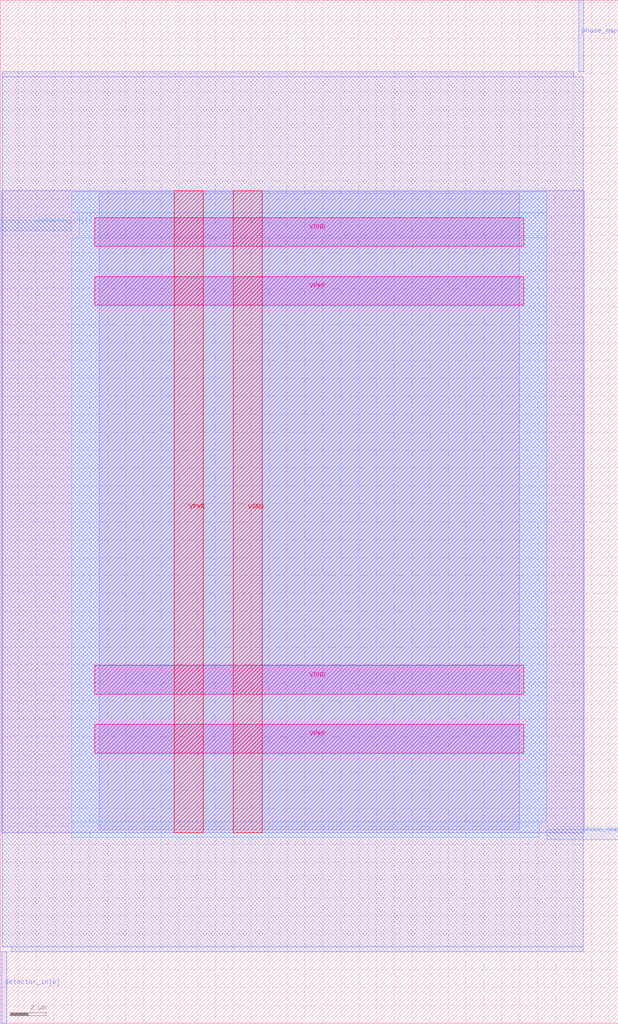
<source format=lef>
VERSION 5.7 ;
  NOWIREEXTENSIONATPIN ON ;
  DIVIDERCHAR "/" ;
  BUSBITCHARS "[]" ;
MACRO top
  CLASS BLOCK ;
  FOREIGN top ;
  ORIGIN 0.000 0.000 ;
  SIZE 34.500 BY 57.120 ;
  PIN VGND
    DIRECTION INOUT ;
    USE GROUND ;
    PORT
      LAYER met4 ;
        RECT 13.020 10.640 14.620 46.480 ;
    END
    PORT
      LAYER met5 ;
        RECT 5.280 18.380 29.220 19.980 ;
    END
    PORT
      LAYER met5 ;
        RECT 5.280 43.380 29.220 44.980 ;
    END
  END VGND
  PIN VPWR
    DIRECTION INOUT ;
    USE POWER ;
    PORT
      LAYER met4 ;
        RECT 9.720 10.640 11.320 46.480 ;
    END
    PORT
      LAYER met5 ;
        RECT 5.280 15.080 29.220 16.680 ;
    END
    PORT
      LAYER met5 ;
        RECT 5.280 40.080 29.220 41.680 ;
    END
  END VPWR
  PIN detector_in[0]
    DIRECTION INPUT ;
    USE SIGNAL ;
    ANTENNAGATEAREA 0.196500 ;
    PORT
      LAYER met2 ;
        RECT 0.090 0.000 0.370 4.000 ;
    END
  END detector_in[0]
  PIN detector_in[1]
    DIRECTION INPUT ;
    USE SIGNAL ;
    ANTENNAGATEAREA 0.196500 ;
    PORT
      LAYER met3 ;
        RECT 0.000 44.240 4.000 44.840 ;
    END
  END detector_in[1]
  PIN phase_map_out[0]
    DIRECTION OUTPUT TRISTATE ;
    USE SIGNAL ;
    ANTENNADIFFAREA 0.795200 ;
    PORT
      LAYER met2 ;
        RECT 32.290 53.120 32.570 57.120 ;
    END
  END phase_map_out[0]
  PIN phase_map_out[1]
    DIRECTION OUTPUT TRISTATE ;
    USE SIGNAL ;
    ANTENNADIFFAREA 0.445500 ;
    PORT
      LAYER met3 ;
        RECT 30.500 10.240 34.500 10.840 ;
    END
  END phase_map_out[1]
  OBS
      LAYER li1 ;
        RECT 5.520 10.795 28.980 46.325 ;
      LAYER met1 ;
        RECT 0.070 10.640 32.590 46.480 ;
      LAYER met2 ;
        RECT 0.100 52.840 32.010 53.120 ;
        RECT 0.100 4.280 32.560 52.840 ;
        RECT 0.650 4.000 32.560 4.280 ;
      LAYER met3 ;
        RECT 4.000 45.240 30.500 46.405 ;
        RECT 4.400 43.840 30.500 45.240 ;
        RECT 4.000 11.240 30.500 43.840 ;
        RECT 4.000 10.375 30.100 11.240 ;
  END
END top
END LIBRARY

</source>
